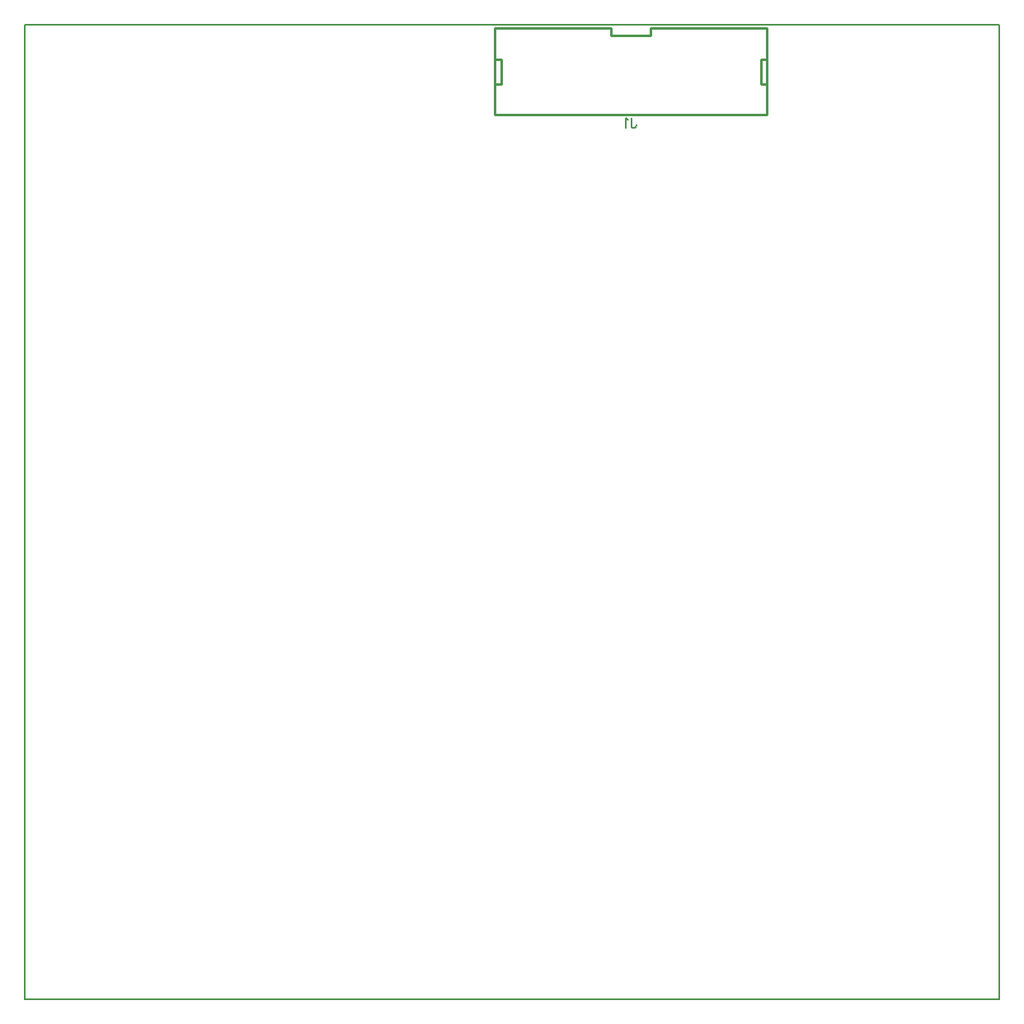
<source format=gbr>
G04 DipTrace 3.2.0.1*
G04 BottomAssy.gbr*
%MOIN*%
G04 #@! TF.FileFunction,Drawing,Bot*
G04 #@! TF.Part,Single*
%ADD10C,0.009843*%
%ADD11C,0.005512*%
%ADD81C,0.006176*%
%FSLAX26Y26*%
G04*
G70*
G90*
G75*
G01*
G04 BotAssy*
%LPD*%
X2319300Y4194050D2*
D10*
X2294000D1*
X2319300Y4093950D2*
Y4194050D1*
Y4093950D2*
X2294000D1*
X3394000Y4194050D2*
X3368700D1*
Y4093950D2*
Y4194050D1*
X3394000Y4093950D2*
X3368700D1*
X3394000Y3969000D2*
Y4319000D1*
X2294000Y3969000D2*
Y4319000D1*
X3394000Y3969000D2*
X2294000D1*
X2763700Y4288900D2*
Y4319000D1*
X2924300Y4288900D2*
X2763700D1*
X2924300D2*
Y4319000D1*
X3394000D2*
X2924300D1*
X2763700D2*
X2294000D1*
X2845400Y3955433D2*
D81*
Y3924836D1*
X2847302Y3919088D1*
X2849247Y3917187D1*
X2853050Y3915241D1*
X2856896D1*
X2860699Y3917187D1*
X2862600Y3919088D1*
X2864546Y3924836D1*
Y3928638D1*
X2833049Y3947740D2*
X2829202Y3949685D1*
X2823454Y3955389D1*
Y3915241D1*
X394000Y394000D2*
D11*
X4331008D1*
Y4331008D1*
X394000D1*
Y394000D1*
M02*

</source>
